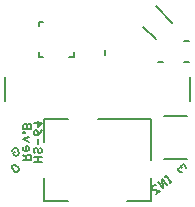
<source format=gbo>
G75*
%MOIN*%
%OFA0B0*%
%FSLAX25Y25*%
%IPPOS*%
%LPD*%
%AMOC8*
5,1,8,0,0,1.08239X$1,22.5*
%
%ADD10C,0.00600*%
%ADD11C,0.00500*%
D10*
X0043805Y0036518D02*
X0042580Y0037747D01*
X0042581Y0038360D01*
X0043196Y0038972D01*
X0043809Y0038971D01*
X0045034Y0037742D01*
X0045032Y0037129D01*
X0044418Y0036517D01*
X0043805Y0036518D01*
X0046548Y0040602D02*
X0049150Y0040602D01*
X0049150Y0041903D01*
X0048717Y0042337D01*
X0047849Y0042337D01*
X0047415Y0041903D01*
X0047415Y0040602D01*
X0047415Y0041469D02*
X0046548Y0042337D01*
X0046982Y0043548D02*
X0047849Y0043548D01*
X0048283Y0043982D01*
X0048283Y0044849D01*
X0047849Y0045283D01*
X0047415Y0045283D01*
X0047415Y0043548D01*
X0046982Y0043548D02*
X0046548Y0043982D01*
X0046548Y0044849D01*
X0044275Y0044357D02*
X0045030Y0042795D01*
X0044829Y0042215D01*
X0044048Y0041838D01*
X0043468Y0042040D01*
X0043091Y0042821D01*
X0043872Y0043198D01*
X0044275Y0044357D02*
X0043696Y0044558D01*
X0042915Y0044181D01*
X0042713Y0043601D01*
X0046548Y0047362D02*
X0048283Y0048230D01*
X0048283Y0046495D02*
X0046548Y0047362D01*
X0046548Y0049441D02*
X0046548Y0049875D01*
X0046982Y0049875D01*
X0046982Y0049441D01*
X0046548Y0049441D01*
X0046548Y0050915D02*
X0046548Y0052216D01*
X0046982Y0052649D01*
X0047415Y0052649D01*
X0047849Y0052216D01*
X0047849Y0050915D01*
X0047849Y0052216D02*
X0048283Y0052649D01*
X0048717Y0052649D01*
X0049150Y0052216D01*
X0049150Y0050915D01*
X0046548Y0050915D01*
X0049972Y0050006D02*
X0049972Y0049138D01*
X0050406Y0048705D01*
X0051273Y0048705D01*
X0051273Y0050006D01*
X0050839Y0050439D01*
X0050406Y0050439D01*
X0049972Y0050006D01*
X0051273Y0048705D02*
X0052141Y0049572D01*
X0052574Y0050439D01*
X0051273Y0051651D02*
X0051273Y0053386D01*
X0049972Y0052952D02*
X0052574Y0052952D01*
X0051273Y0051651D01*
X0051273Y0047493D02*
X0051273Y0045758D01*
X0050839Y0044546D02*
X0050406Y0044546D01*
X0049972Y0044113D01*
X0049972Y0043245D01*
X0050406Y0042812D01*
X0051273Y0043245D02*
X0051273Y0044113D01*
X0050839Y0044546D01*
X0052141Y0044546D02*
X0052574Y0044113D01*
X0052574Y0043245D01*
X0052141Y0042812D01*
X0051707Y0042812D01*
X0051273Y0043245D01*
X0051273Y0041600D02*
X0051273Y0039865D01*
X0049972Y0039865D02*
X0052574Y0039865D01*
X0052574Y0041600D02*
X0049972Y0041600D01*
X0089535Y0031560D02*
X0089462Y0030951D01*
X0089731Y0030610D01*
X0092167Y0030320D01*
X0090804Y0029247D01*
X0089535Y0031560D02*
X0090217Y0032096D01*
X0090826Y0032024D01*
X0091510Y0033114D02*
X0093119Y0031069D01*
X0092873Y0034187D01*
X0094482Y0032142D01*
X0095344Y0032820D02*
X0096026Y0033357D01*
X0095685Y0033088D02*
X0094076Y0035133D01*
X0093735Y0034865D02*
X0094417Y0035402D01*
X0098198Y0037059D02*
X0098855Y0036493D01*
X0099467Y0036539D01*
X0099375Y0037762D02*
X0099046Y0038045D01*
X0098434Y0037999D01*
X0098152Y0037670D01*
X0098198Y0037059D01*
X0099046Y0038045D02*
X0099000Y0038657D01*
X0099283Y0038986D01*
X0099894Y0039032D01*
X0100552Y0038466D01*
X0100598Y0037854D01*
D11*
X0101150Y0040914D02*
X0093276Y0040914D01*
X0088945Y0040520D02*
X0088945Y0054300D01*
X0071229Y0054300D01*
X0061386Y0054300D02*
X0053512Y0054300D01*
X0053512Y0046426D01*
X0053512Y0034615D02*
X0053512Y0026741D01*
X0061386Y0026741D01*
X0081071Y0026741D02*
X0088945Y0026741D01*
X0088945Y0034615D01*
X0093276Y0055087D02*
X0101150Y0055087D01*
X0101937Y0060205D02*
X0101937Y0068079D01*
X0101622Y0073237D02*
X0100048Y0073237D01*
X0092961Y0073237D02*
X0091386Y0073237D01*
X0100048Y0080323D02*
X0101622Y0080323D01*
X0096167Y0086307D02*
X0090599Y0091875D01*
X0086423Y0084916D02*
X0090599Y0080740D01*
X0073886Y0077331D02*
X0073886Y0075363D01*
X0063394Y0074851D02*
X0061819Y0074851D01*
X0063394Y0074851D02*
X0063394Y0076426D01*
X0053158Y0074851D02*
X0051583Y0074851D01*
X0051583Y0076426D01*
X0051583Y0085087D02*
X0051583Y0086662D01*
X0053158Y0086662D01*
X0040520Y0068079D02*
X0040520Y0060205D01*
M02*

</source>
